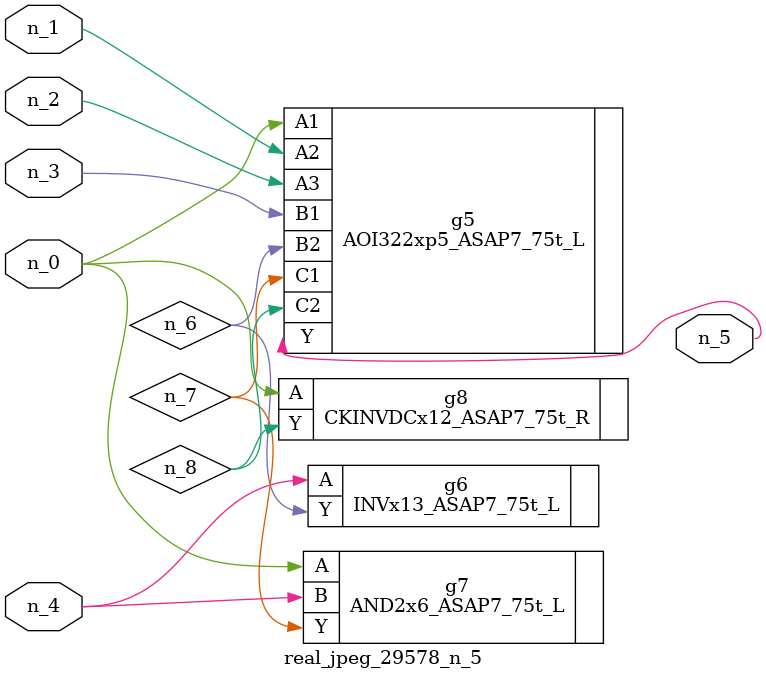
<source format=v>
module real_jpeg_29578_n_5 (n_4, n_0, n_1, n_2, n_3, n_5);

input n_4;
input n_0;
input n_1;
input n_2;
input n_3;

output n_5;

wire n_8;
wire n_6;
wire n_7;

AOI322xp5_ASAP7_75t_L g5 ( 
.A1(n_0),
.A2(n_1),
.A3(n_2),
.B1(n_3),
.B2(n_6),
.C1(n_7),
.C2(n_8),
.Y(n_5)
);

AND2x6_ASAP7_75t_L g7 ( 
.A(n_0),
.B(n_4),
.Y(n_7)
);

CKINVDCx12_ASAP7_75t_R g8 ( 
.A(n_0),
.Y(n_8)
);

INVx13_ASAP7_75t_L g6 ( 
.A(n_4),
.Y(n_6)
);


endmodule
</source>
